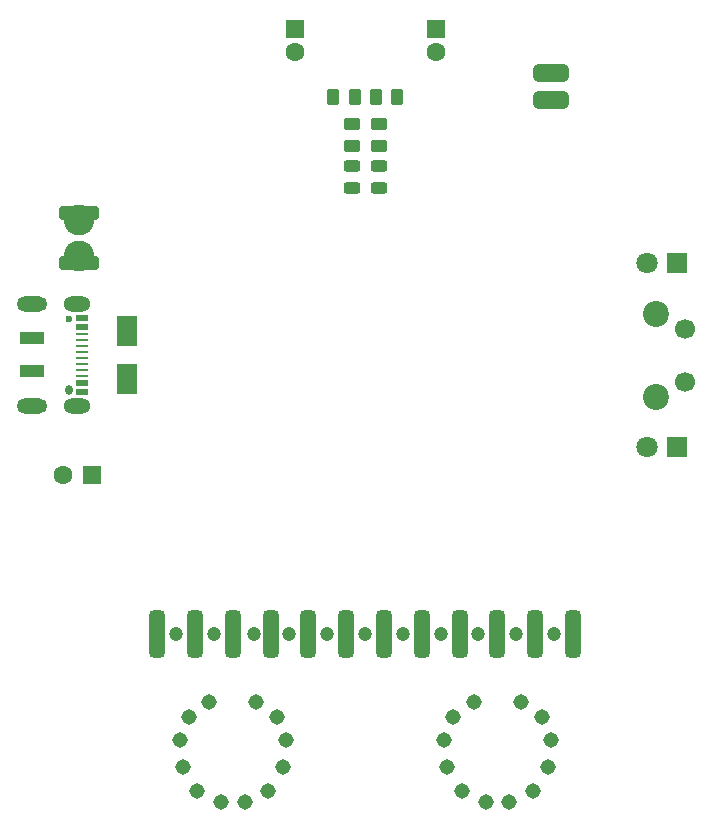
<source format=gbr>
G04 #@! TF.GenerationSoftware,KiCad,Pcbnew,6.0.8-f2edbf62ab~116~ubuntu20.04.1*
G04 #@! TF.CreationDate,2022-10-17T13:25:48+07:00*
G04 #@! TF.ProjectId,IN-8,494e2d38-2e6b-4696-9361-645f70636258,rev?*
G04 #@! TF.SameCoordinates,Original*
G04 #@! TF.FileFunction,Soldermask,Top*
G04 #@! TF.FilePolarity,Negative*
%FSLAX46Y46*%
G04 Gerber Fmt 4.6, Leading zero omitted, Abs format (unit mm)*
G04 Created by KiCad (PCBNEW 6.0.8-f2edbf62ab~116~ubuntu20.04.1) date 2022-10-17 13:25:48*
%MOMM*%
%LPD*%
G01*
G04 APERTURE LIST*
G04 Aperture macros list*
%AMRoundRect*
0 Rectangle with rounded corners*
0 $1 Rounding radius*
0 $2 $3 $4 $5 $6 $7 $8 $9 X,Y pos of 4 corners*
0 Add a 4 corners polygon primitive as box body*
4,1,4,$2,$3,$4,$5,$6,$7,$8,$9,$2,$3,0*
0 Add four circle primitives for the rounded corners*
1,1,$1+$1,$2,$3*
1,1,$1+$1,$4,$5*
1,1,$1+$1,$6,$7*
1,1,$1+$1,$8,$9*
0 Add four rect primitives between the rounded corners*
20,1,$1+$1,$2,$3,$4,$5,0*
20,1,$1+$1,$4,$5,$6,$7,0*
20,1,$1+$1,$6,$7,$8,$9,0*
20,1,$1+$1,$8,$9,$2,$3,0*%
G04 Aperture macros list end*
%ADD10C,0.635000*%
%ADD11C,0.444500*%
%ADD12RoundRect,0.250000X-0.262500X-0.450000X0.262500X-0.450000X0.262500X0.450000X-0.262500X0.450000X0*%
%ADD13RoundRect,0.325000X-0.325000X-1.675000X0.325000X-1.675000X0.325000X1.675000X-0.325000X1.675000X0*%
%ADD14RoundRect,0.250000X-0.450000X0.262500X-0.450000X-0.262500X0.450000X-0.262500X0.450000X0.262500X0*%
%ADD15R,1.600000X1.600000*%
%ADD16C,1.600000*%
%ADD17C,1.200000*%
%ADD18R,1.800000X1.800000*%
%ADD19C,1.800000*%
%ADD20R,1.800000X2.500000*%
%ADD21RoundRect,0.243750X-0.456250X0.243750X-0.456250X-0.243750X0.456250X-0.243750X0.456250X0.243750X0*%
%ADD22R,2.000000X1.000000*%
%ADD23O,0.600000X0.850000*%
%ADD24C,0.600000*%
%ADD25R,1.000000X0.520000*%
%ADD26R,1.000000X0.270000*%
%ADD27O,2.300000X1.300000*%
%ADD28O,2.600000X1.300000*%
%ADD29C,1.308000*%
%ADD30C,2.600000*%
%ADD31C,2.200000*%
%ADD32C,1.700000*%
%ADD33RoundRect,0.375000X-1.125000X0.375000X-1.125000X-0.375000X1.125000X-0.375000X1.125000X0.375000X0*%
%ADD34RoundRect,0.250000X-1.450000X0.312500X-1.450000X-0.312500X1.450000X-0.312500X1.450000X0.312500X0*%
G04 APERTURE END LIST*
D10*
X184778000Y-50430500D02*
G75*
G03*
X184778000Y-50430500I-317500J0D01*
G01*
D11*
X187182750Y-49180500D02*
G75*
G03*
X187182750Y-49180500I-222250J0D01*
G01*
X187182750Y-44680500D02*
G75*
G03*
X187182750Y-44680500I-222250J0D01*
G01*
D10*
X184778000Y-43430500D02*
G75*
G03*
X184778000Y-43430500I-317500J0D01*
G01*
D12*
X157148000Y-25080500D03*
X158973000Y-25080500D03*
D13*
X171060500Y-70480500D03*
D12*
X160748000Y-25080500D03*
X162573000Y-25080500D03*
D14*
X158751250Y-27340500D03*
X158751250Y-29165500D03*
D15*
X153917250Y-19273388D03*
D16*
X153917250Y-21273388D03*
D17*
X159860500Y-70480500D03*
X175860500Y-70480500D03*
D13*
X148660500Y-70480500D03*
D17*
X163060500Y-70480500D03*
D13*
X155060500Y-70480500D03*
X151860500Y-70480500D03*
D18*
X186260500Y-54680500D03*
D19*
X183720500Y-54680500D03*
D13*
X158260500Y-70480500D03*
X164660500Y-70480500D03*
X142260500Y-70480500D03*
D17*
X156660500Y-70480500D03*
D13*
X145460500Y-70480500D03*
D17*
X166260500Y-70480500D03*
D14*
X161029250Y-27340500D03*
X161029250Y-29165500D03*
D20*
X139693250Y-48898500D03*
X139693250Y-44898500D03*
D13*
X161460500Y-70480500D03*
D17*
X147060500Y-70480500D03*
D21*
X161029250Y-30906500D03*
X161029250Y-32781500D03*
D22*
X131686250Y-45480500D03*
D23*
X134786250Y-49880500D03*
D24*
X134786250Y-43880500D03*
D22*
X131686250Y-48280500D03*
D25*
X135886250Y-43780500D03*
X135886250Y-44530500D03*
D26*
X135886250Y-45130500D03*
X135886250Y-46630500D03*
X135886250Y-47630500D03*
X135886250Y-48630500D03*
D25*
X135886250Y-49230500D03*
X135886250Y-49980500D03*
X135886250Y-49980500D03*
X135886250Y-49230500D03*
D26*
X135886250Y-48130500D03*
X135886250Y-47130500D03*
X135886250Y-46130500D03*
X135886250Y-45630500D03*
D25*
X135886250Y-44530500D03*
X135886250Y-43780500D03*
D27*
X135511250Y-42560500D03*
D28*
X131686250Y-51200500D03*
X131686250Y-42560500D03*
D27*
X135511250Y-51200500D03*
D15*
X165855250Y-19273388D03*
D16*
X165855250Y-21273388D03*
D17*
X143860500Y-70480500D03*
D21*
X158743250Y-30906500D03*
X158743250Y-32781500D03*
D15*
X136772250Y-57058500D03*
D16*
X134272250Y-57058500D03*
D29*
X174060500Y-83777764D03*
X174810500Y-77527764D03*
X169060500Y-76277764D03*
X167310500Y-77527764D03*
X166560500Y-79527764D03*
X166810500Y-81777764D03*
X168060500Y-83777764D03*
X170060500Y-84777764D03*
X172060500Y-84777764D03*
X175310500Y-81777764D03*
X175560500Y-79527764D03*
X173060500Y-76277764D03*
D17*
X150460500Y-70480500D03*
D13*
X174260500Y-70480500D03*
D30*
X135629250Y-35468500D03*
X135629250Y-38468500D03*
D31*
X184460500Y-50430500D03*
X184460500Y-43430500D03*
D32*
X186960500Y-44680500D03*
X186960500Y-49180500D03*
D18*
X186260500Y-39080500D03*
D19*
X183720500Y-39080500D03*
D33*
X175634250Y-23022500D03*
D17*
X153460500Y-70480500D03*
D34*
X135629250Y-34831000D03*
X135629250Y-39106000D03*
D17*
X169460500Y-70480500D03*
D29*
X151660500Y-83777764D03*
X152410500Y-77527764D03*
X146660500Y-76277764D03*
X144910500Y-77527764D03*
X144160500Y-79527764D03*
X144410500Y-81777764D03*
X145660500Y-83777764D03*
X147660500Y-84777764D03*
X149660500Y-84777764D03*
X152910500Y-81777764D03*
X153160500Y-79527764D03*
X150660500Y-76277764D03*
D33*
X175634250Y-25308500D03*
D13*
X177460500Y-70480500D03*
X167860500Y-70480500D03*
D17*
X172660500Y-70480500D03*
M02*

</source>
